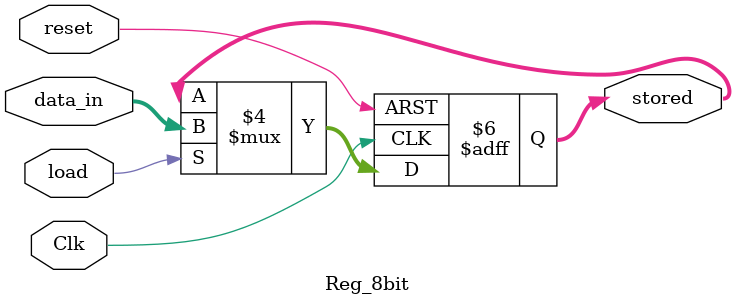
<source format=v>
module Reg_8bit(data_in,load,reset,Clk,stored);

	//inputs and outputs
	input [7:0] data_in;
	input load,reset;
	input Clk;
	output reg [7:0] stored;
	
	//Function
	always@(posedge Clk or posedge reset)
	begin
		
		if(reset==1)
		begin
			stored<=8'd0;
		end
	
		else if(load==1)
		begin
			stored<=data_in;
		end
		
	end
	
endmodule

</source>
